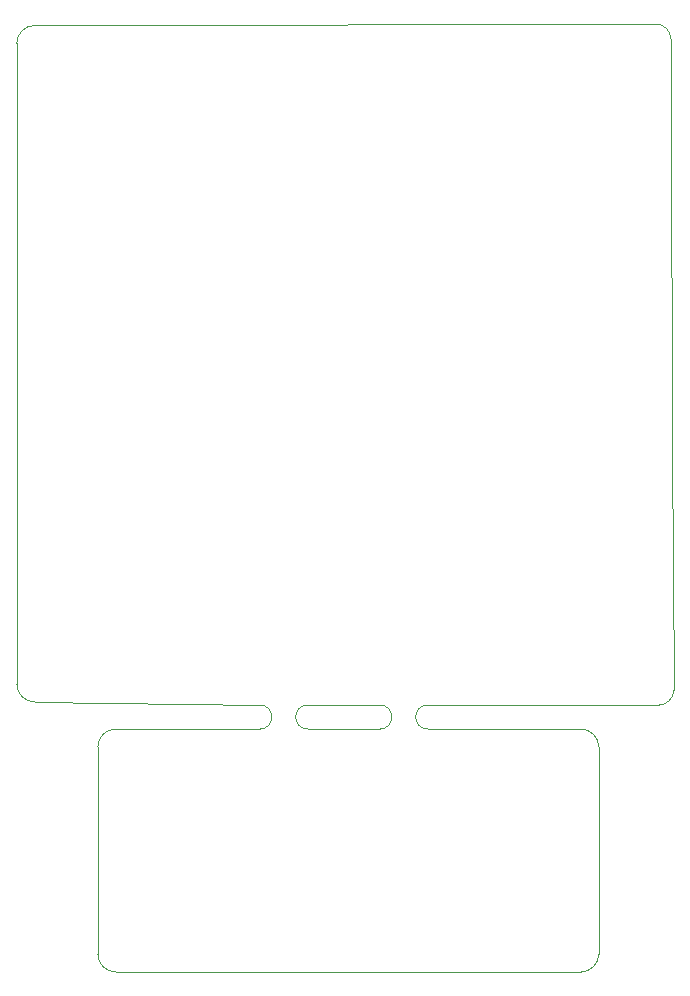
<source format=gbr>
G04 #@! TF.GenerationSoftware,KiCad,Pcbnew,(5.1.8-0-10_14)*
G04 #@! TF.CreationDate,2021-01-24T00:18:35+01:00*
G04 #@! TF.ProjectId,bat,6261742e-6b69-4636-9164-5f7063625858,rev?*
G04 #@! TF.SameCoordinates,Original*
G04 #@! TF.FileFunction,Profile,NP*
%FSLAX46Y46*%
G04 Gerber Fmt 4.6, Leading zero omitted, Abs format (unit mm)*
G04 Created by KiCad (PCBNEW (5.1.8-0-10_14)) date 2021-01-24 00:18:35*
%MOMM*%
%LPD*%
G01*
G04 APERTURE LIST*
G04 #@! TA.AperFunction,Profile*
%ADD10C,0.050000*%
G04 #@! TD*
G04 APERTURE END LIST*
D10*
X115189000Y-112522000D02*
X115062000Y-83566000D01*
X68072000Y-136398000D02*
X80264000Y-136398000D01*
X66548000Y-155448000D02*
X66548000Y-137922000D01*
X107442000Y-156972000D02*
X68072000Y-156972000D01*
X108966000Y-137922000D02*
X108966000Y-155448000D01*
X66548000Y-137922000D02*
G75*
G02*
X68072000Y-136398000I1524000J0D01*
G01*
X68072000Y-156972000D02*
G75*
G02*
X66548000Y-155448000I0J1524000D01*
G01*
X108966000Y-155448000D02*
G75*
G02*
X107442000Y-156972000I-1524000J0D01*
G01*
X94488000Y-136398000D02*
X107442000Y-136398000D01*
X107442000Y-136398000D02*
G75*
G02*
X108966000Y-137922000I0J-1524000D01*
G01*
X115062000Y-77978000D02*
X115062000Y-83566000D01*
X61214000Y-76835000D02*
X113792000Y-76708000D01*
X59690000Y-132588000D02*
X59690000Y-78359000D01*
X61214000Y-134112000D02*
X80264000Y-134366000D01*
X61214000Y-134112000D02*
G75*
G02*
X59690000Y-132588000I0J1524000D01*
G01*
X59690000Y-78359000D02*
G75*
G02*
X61214000Y-76835000I1524000J0D01*
G01*
X113792000Y-76708000D02*
G75*
G02*
X115062000Y-77978000I0J-1270000D01*
G01*
X115316000Y-133096000D02*
G75*
G02*
X114046000Y-134366000I-1270000J0D01*
G01*
X90424000Y-136398000D02*
X84328000Y-136398000D01*
X90424000Y-134366000D02*
X84328000Y-134366000D01*
X115316000Y-133096000D02*
X115189000Y-112522000D01*
X94488000Y-134366000D02*
X114046000Y-134366000D01*
X80264000Y-134366000D02*
G75*
G02*
X80264000Y-136398000I0J-1016000D01*
G01*
X84328000Y-136398000D02*
G75*
G02*
X84328000Y-134366000I0J1016000D01*
G01*
X90424000Y-134366000D02*
G75*
G02*
X90424000Y-136398000I0J-1016000D01*
G01*
X94488000Y-136398000D02*
G75*
G02*
X94488000Y-134366000I0J1016000D01*
G01*
M02*

</source>
